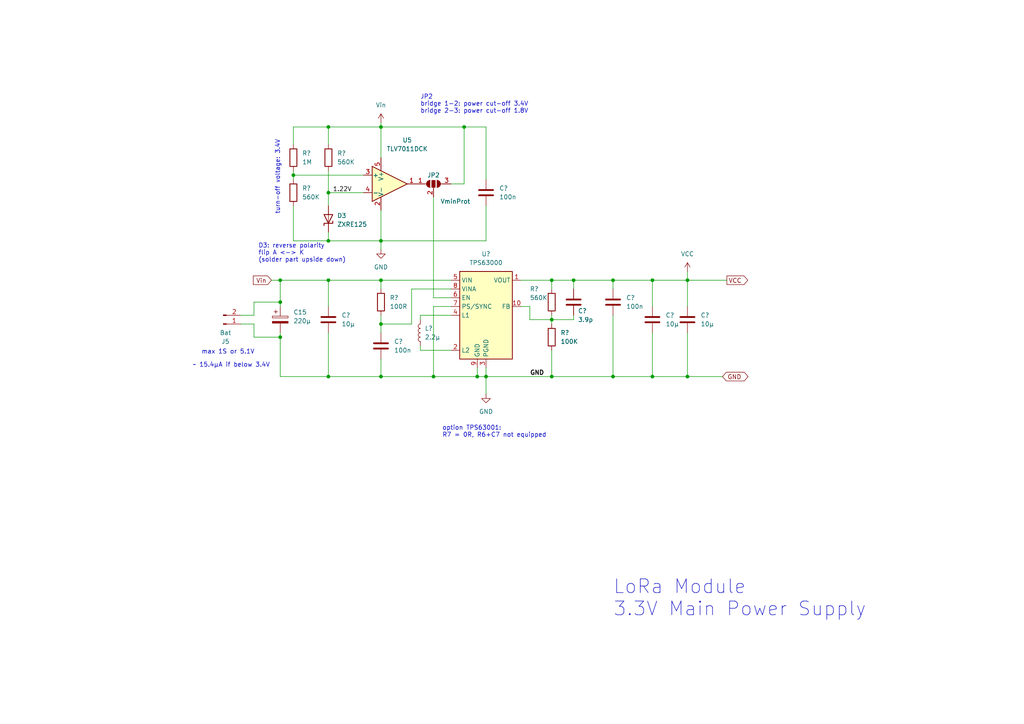
<source format=kicad_sch>
(kicad_sch (version 20230121) (generator eeschema)
  (paper "A4")
  (lib_symbols
    (symbol "Connector:Conn_01x02_Pin" (pin_names (offset 1.016) hide)
      (property "Reference" "J" (at 0 2.54 0))
      (property "Value" "Conn_01x02_Pin" (at 0 -5.08 0))
      (symbol "Conn_01x02_Pin_1_1"
        (polyline (pts (xy 1.27 -2.54) (xy 0.8636 -2.54)) (stroke (width 0.1524)))
        (polyline (pts (xy 1.27 0) (xy 0.8636 0)) (stroke (width 0.1524)))
        (rectangle (start 0.8636 -2.413) (end 0 -2.667) (stroke (width 0.1524)) (fill (type outline)))
        (rectangle (start 0.8636 0.127) (end 0 -0.127) (stroke (width 0.1524)) (fill (type outline)))
        (pin passive line (at 5.08 0 180) (length 3.81) (name "Pin_1") (number "1"))
        (pin passive line (at 5.08 -2.54 180) (length 3.81) (name "Pin_2") (number "2"))
      )
    )
    (symbol "DO1FJN:TLV7021" (pin_names (offset 0.127))
      (property "Reference" "U" (at -1.27 6.35 0))
      (property "Value" "TLV7021DCK" (at -1.27 3.81 0))
      (symbol "TLV7021_0_1"
        (polyline (pts (xy -5.08 5.08) (xy 5.08 0) (xy -5.08 -5.08) (xy -5.08 5.08)) (stroke (width 0.254)) (fill (type background)))
        (pin power_in line (at -2.54 -7.62 90) (length 3.81) (name "V-") (number "2"))
        (pin power_in line (at -2.54 7.62 270) (length 3.81) (name "V+") (number "5"))
      )
      (symbol "TLV7021_1_1"
        (pin output line (at 7.62 0 180) (length 2.54) (name "~") (number "1"))
        (pin input line (at -7.62 2.54 0) (length 2.54) (name "+") (number "3"))
        (pin input line (at -7.62 -2.54 0) (length 2.54) (name "-") (number "4"))
      )
    )
    (symbol "DO1FJN:Vin" (power) (pin_names (offset 0))
      (property "Value" "Vin" (at 0 3.81 0))
      (symbol "Vin_0_1"
        (polyline (pts (xy -0.762 1.27) (xy 0 2.54)))
        (polyline (pts (xy 0 0) (xy 0 2.54)))
        (polyline (pts (xy 0 2.54) (xy 0.762 1.27)))
      )
      (symbol "Vin_1_1"
        (pin power_in line (at 0 0 90) (length 0) hide (name "Vin") (number "1"))
      )
    )
    (symbol "DO1FJN:ZXRE125" (pin_numbers hide) (pin_names (offset 1.016) hide)
      (property "Reference" "D" (at 0 2.54 0))
      (property "Value" "ZXRE125" (at 0 -2.54 0))
      (symbol "ZXRE125_0_1"
        (polyline (pts (xy 1.27 0) (xy -1.27 0)))
        (polyline (pts (xy 1.27 1.27) (xy 1.27 -1.27) (xy -1.27 0) (xy 1.27 1.27)) (stroke (width 0.254)))
        (polyline (pts (xy -1.27 1.27) (xy -1.905 1.27) (xy -1.27 1.27) (xy -1.27 -1.27) (xy -0.635 -1.27) (xy -1.27 -1.27)) (stroke (width 0.254)))
      )
      (symbol "ZXRE125_1_1"
        (pin passive line (at -3.81 0 0) (length 2.54) (name "K") (number "1"))
        (pin passive line (at 3.81 0 180) (length 2.54) (name "A") (number "2"))
      )
    )
    (symbol "Device:C" (pin_numbers hide) (pin_names (offset 0.254))
      (property "Reference" "C" (at 0.635 2.54 0))
      (property "Value" "C" (at 0.635 -2.54 0))
      (symbol "C_0_1"
        (polyline (pts (xy -2.032 -0.762) (xy 2.032 -0.762)) (stroke (width 0.508)))
        (polyline (pts (xy -2.032 0.762) (xy 2.032 0.762)) (stroke (width 0.508)))
      )
      (symbol "C_1_1"
        (pin passive line (at 0 3.81 270) (length 2.794) (name "~") (number "1"))
        (pin passive line (at 0 -3.81 90) (length 2.794) (name "~") (number "2"))
      )
    )
    (symbol "Device:C_Polarized" (pin_numbers hide) (pin_names (offset 0.254))
      (property "Reference" "C" (at 0.635 2.54 0))
      (property "Value" "C_Polarized" (at 0.635 -2.54 0))
      (symbol "C_Polarized_0_1"
        (rectangle (start -2.286 0.508) (end 2.286 1.016))
        (polyline (pts (xy -1.778 2.286) (xy -0.762 2.286)))
        (polyline (pts (xy -1.27 2.794) (xy -1.27 1.778)))
        (rectangle (start 2.286 -0.508) (end -2.286 -1.016) (fill (type outline)))
      )
      (symbol "C_Polarized_1_1"
        (pin passive line (at 0 3.81 270) (length 2.794) (name "~") (number "1"))
        (pin passive line (at 0 -3.81 90) (length 2.794) (name "~") (number "2"))
      )
    )
    (symbol "Device:L" (pin_numbers hide) (pin_names (offset 1.016) hide)
      (property "Reference" "L" (at -1.27 0 90))
      (property "Value" "L" (at 1.905 0 90))
      (symbol "L_0_1"
        (arc (start 0 -2.54) (mid 0.6323 -1.905) (end 0 -1.27))
        (arc (start 0 -1.27) (mid 0.6323 -0.635) (end 0 0))
        (arc (start 0 0) (mid 0.6323 0.635) (end 0 1.27))
        (arc (start 0 1.27) (mid 0.6323 1.905) (end 0 2.54))
      )
      (symbol "L_1_1"
        (pin passive line (at 0 3.81 270) (length 1.27) (name "1") (number "1"))
        (pin passive line (at 0 -3.81 90) (length 1.27) (name "2") (number "2"))
      )
    )
    (symbol "Device:R" (pin_numbers hide) (pin_names (offset 0))
      (property "Reference" "R" (at 2.032 0 90))
      (property "Value" "R" (at 0 0 90))
      (symbol "R_0_1"
        (rectangle (start -1.016 -2.54) (end 1.016 2.54) (stroke (width 0.254)))
      )
      (symbol "R_1_1"
        (pin passive line (at 0 3.81 270) (length 1.27) (name "~") (number "1"))
        (pin passive line (at 0 -3.81 90) (length 1.27) (name "~") (number "2"))
      )
    )
    (symbol "Jumper:SolderJumper_3_Open" (pin_names (offset 0) hide)
      (property "Reference" "JP" (at -2.54 -2.54 0))
      (property "Value" "SolderJumper_3_Open" (at 0 2.794 0))
      (symbol "SolderJumper_3_Open_0_1"
        (arc (start -1.016 1.016) (mid -2.0276 0) (end -1.016 -1.016))
        (arc (start -1.016 1.016) (mid -2.0276 0) (end -1.016 -1.016) (fill (type outline)))
        (rectangle (start -0.508 1.016) (end 0.508 -1.016) (fill (type outline)))
        (polyline (pts (xy -2.54 0) (xy -2.032 0)))
        (polyline (pts (xy -1.016 1.016) (xy -1.016 -1.016)))
        (polyline (pts (xy 0 -1.27) (xy 0 -1.016)))
        (polyline (pts (xy 1.016 1.016) (xy 1.016 -1.016)))
        (polyline (pts (xy 2.54 0) (xy 2.032 0)))
        (arc (start 1.016 -1.016) (mid 2.0276 0) (end 1.016 1.016))
        (arc (start 1.016 -1.016) (mid 2.0276 0) (end 1.016 1.016) (fill (type outline)))
      )
      (symbol "SolderJumper_3_Open_1_1"
        (pin passive line (at -5.08 0 0) (length 2.54) (name "A") (number "1"))
        (pin passive line (at 0 -3.81 90) (length 2.54) (name "C") (number "2"))
        (pin passive line (at 5.08 0 180) (length 2.54) (name "B") (number "3"))
      )
    )
    (symbol "Regulator_Switching:TPS63000"
      (property "Reference" "U" (at -7.62 13.97 0))
      (property "Value" "TPS63000" (at 5.08 13.97 0))
      (symbol "TPS63000_0_1"
        (rectangle (start -7.62 12.7) (end 7.62 -12.7) (stroke (width 0.254)) (fill (type background)))
      )
      (symbol "TPS63000_1_1"
        (pin power_out line (at 10.16 10.16 180) (length 2.54) (name "VOUT") (number "1"))
        (pin input line (at 10.16 2.54 180) (length 2.54) (name "FB") (number "10"))
        (pin passive line (at 0 -15.24 90) (length 2.54) hide (name "PGND") (number "11"))
        (pin input line (at -10.16 -10.16 0) (length 2.54) (name "L2") (number "2"))
        (pin power_in line (at 0 -15.24 90) (length 2.54) (name "PGND") (number "3"))
        (pin input line (at -10.16 0 0) (length 2.54) (name "L1") (number "4"))
        (pin power_in line (at -10.16 10.16 0) (length 2.54) (name "VIN") (number "5"))
        (pin input line (at -10.16 5.08 0) (length 2.54) (name "EN") (number "6"))
        (pin input line (at -10.16 2.54 0) (length 2.54) (name "PS/SYNC") (number "7"))
        (pin power_in line (at -10.16 7.62 0) (length 2.54) (name "VINA") (number "8"))
        (pin power_in line (at -2.54 -15.24 90) (length 2.54) (name "GND") (number "9"))
      )
    )
    (symbol "power:GND" (power) (pin_names (offset 0))
      (property "Value" "GND" (at 0 -3.81 0))
      (symbol "GND_0_1"
        (polyline (pts (xy 0 0) (xy 0 -1.27) (xy 1.27 -1.27) (xy 0 -2.54) (xy -1.27 -1.27) (xy 0 -1.27)))
      )
      (symbol "GND_1_1"
        (pin power_in line (at 0 0 270) (length 0) hide (name "GND") (number "1"))
      )
    )
    (symbol "power:VCC" (power) (pin_names (offset 0))
      (property "Value" "VCC" (at 0 3.81 0))
      (symbol "VCC_0_1"
        (polyline (pts (xy -0.762 1.27) (xy 0 2.54)))
        (polyline (pts (xy 0 0) (xy 0 2.54)))
        (polyline (pts (xy 0 2.54) (xy 0.762 1.27)))
      )
      (symbol "VCC_1_1"
        (pin power_in line (at 0 0 90) (length 0) hide (name "VCC") (number "1"))
      )
    )
  )
  (junction (at 199.39 109.22))
  (junction (at 199.39 81.28))
  (junction (at 81.28 97.79))
  (junction (at 95.25 81.28))
  (junction (at 177.8 81.28))
  (junction (at 110.49 109.22))
  (junction (at 134.62 36.83))
  (junction (at 138.43 109.22))
  (junction (at 110.49 93.98))
  (junction (at 110.49 36.83))
  (junction (at 125.73 109.22))
  (junction (at 177.8 109.22))
  (junction (at 166.37 81.28))
  (junction (at 140.97 109.22))
  (junction (at 160.02 92.71))
  (junction (at 95.25 109.22))
  (junction (at 189.23 109.22))
  (junction (at 81.28 81.28))
  (junction (at 95.25 69.85))
  (junction (at 81.28 87.63))
  (junction (at 160.02 81.28))
  (junction (at 160.02 109.22))
  (junction (at 189.23 81.28))
  (junction (at 110.49 81.28))
  (junction (at 85.09 50.8))
  (junction (at 95.25 55.88))
  (junction (at 95.25 36.83))
  (junction (at 110.49 69.85))
  (wire (pts (xy 105.41 50.8) (xy 85.09 50.8)))
  (wire (pts (xy 119.38 83.82) (xy 119.38 93.98)))
  (wire (pts (xy 134.62 53.34) (xy 134.62 36.83)))
  (wire (pts (xy 95.25 41.91) (xy 95.25 36.83)))
  (wire (pts (xy 130.81 88.9) (xy 125.73 88.9)))
  (wire (pts (xy 95.25 109.22) (xy 110.49 109.22)))
  (wire (pts (xy 119.38 93.98) (xy 110.49 93.98)))
  (wire (pts (xy 140.97 109.22) (xy 160.02 109.22)))
  (wire (pts (xy 110.49 91.44) (xy 110.49 93.98)))
  (wire (pts (xy 153.67 92.71) (xy 160.02 92.71)))
  (wire (pts (xy 153.67 88.9) (xy 153.67 92.71)))
  (wire (pts (xy 140.97 106.68) (xy 140.97 109.22)))
  (wire (pts (xy 160.02 91.44) (xy 160.02 92.71)))
  (wire (pts (xy 199.39 88.9) (xy 199.39 81.28)))
  (wire (pts (xy 130.81 53.34) (xy 134.62 53.34)))
  (wire (pts (xy 95.25 81.28) (xy 95.25 88.9)))
  (wire (pts (xy 130.81 101.6) (xy 121.92 101.6)))
  (wire (pts (xy 110.49 104.14) (xy 110.49 109.22)))
  (wire (pts (xy 189.23 109.22) (xy 177.8 109.22)))
  (wire (pts (xy 140.97 109.22) (xy 140.97 114.3)))
  (wire (pts (xy 95.25 67.31) (xy 95.25 69.85)))
  (wire (pts (xy 140.97 52.07) (xy 140.97 36.83)))
  (wire (pts (xy 81.28 87.63) (xy 81.28 88.9)))
  (wire (pts (xy 110.49 93.98) (xy 110.49 96.52)))
  (wire (pts (xy 69.85 93.98) (xy 73.66 93.98)))
  (wire (pts (xy 160.02 109.22) (xy 177.8 109.22)))
  (wire (pts (xy 160.02 109.22) (xy 160.02 101.6)))
  (wire (pts (xy 138.43 109.22) (xy 140.97 109.22)))
  (wire (pts (xy 160.02 92.71) (xy 160.02 93.98)))
  (wire (pts (xy 189.23 96.52) (xy 189.23 109.22)))
  (wire (pts (xy 125.73 88.9) (xy 125.73 109.22)))
  (wire (pts (xy 121.92 101.6) (xy 121.92 100.33)))
  (wire (pts (xy 78.74 81.28) (xy 81.28 81.28)))
  (wire (pts (xy 125.73 109.22) (xy 138.43 109.22)))
  (wire (pts (xy 110.49 36.83) (xy 110.49 45.72)))
  (wire (pts (xy 73.66 97.79) (xy 81.28 97.79)))
  (wire (pts (xy 95.25 55.88) (xy 105.41 55.88)))
  (wire (pts (xy 166.37 91.44) (xy 166.37 92.71)))
  (wire (pts (xy 140.97 36.83) (xy 134.62 36.83)))
  (wire (pts (xy 140.97 69.85) (xy 110.49 69.85)))
  (wire (pts (xy 95.25 36.83) (xy 110.49 36.83)))
  (wire (pts (xy 110.49 81.28) (xy 130.81 81.28)))
  (wire (pts (xy 160.02 81.28) (xy 151.13 81.28)))
  (wire (pts (xy 189.23 81.28) (xy 177.8 81.28)))
  (wire (pts (xy 177.8 81.28) (xy 177.8 83.82)))
  (wire (pts (xy 73.66 91.44) (xy 73.66 87.63)))
  (wire (pts (xy 85.09 36.83) (xy 95.25 36.83)))
  (wire (pts (xy 95.25 69.85) (xy 110.49 69.85)))
  (wire (pts (xy 69.85 91.44) (xy 73.66 91.44)))
  (wire (pts (xy 73.66 93.98) (xy 73.66 97.79)))
  (wire (pts (xy 81.28 96.52) (xy 81.28 97.79)))
  (wire (pts (xy 119.38 83.82) (xy 130.81 83.82)))
  (wire (pts (xy 130.81 91.44) (xy 121.92 91.44)))
  (wire (pts (xy 95.25 55.88) (xy 95.25 59.69)))
  (wire (pts (xy 95.25 96.52) (xy 95.25 109.22)))
  (wire (pts (xy 125.73 86.36) (xy 130.81 86.36)))
  (wire (pts (xy 189.23 81.28) (xy 199.39 81.28)))
  (wire (pts (xy 95.25 49.53) (xy 95.25 55.88)))
  (wire (pts (xy 85.09 41.91) (xy 85.09 36.83)))
  (wire (pts (xy 189.23 81.28) (xy 189.23 88.9)))
  (wire (pts (xy 85.09 69.85) (xy 95.25 69.85)))
  (wire (pts (xy 121.92 91.44) (xy 121.92 92.71)))
  (wire (pts (xy 110.49 81.28) (xy 110.49 83.82)))
  (wire (pts (xy 166.37 81.28) (xy 166.37 83.82)))
  (wire (pts (xy 199.39 81.28) (xy 210.82 81.28)))
  (wire (pts (xy 160.02 81.28) (xy 160.02 83.82)))
  (wire (pts (xy 134.62 36.83) (xy 110.49 36.83)))
  (wire (pts (xy 110.49 72.39) (xy 110.49 69.85)))
  (wire (pts (xy 73.66 87.63) (xy 81.28 87.63)))
  (wire (pts (xy 151.13 88.9) (xy 153.67 88.9)))
  (wire (pts (xy 95.25 81.28) (xy 110.49 81.28)))
  (wire (pts (xy 199.39 96.52) (xy 199.39 109.22)))
  (wire (pts (xy 177.8 91.44) (xy 177.8 109.22)))
  (wire (pts (xy 125.73 57.15) (xy 125.73 86.36)))
  (wire (pts (xy 85.09 50.8) (xy 85.09 52.07)))
  (wire (pts (xy 110.49 69.85) (xy 110.49 60.96)))
  (wire (pts (xy 110.49 109.22) (xy 125.73 109.22)))
  (wire (pts (xy 85.09 50.8) (xy 85.09 49.53)))
  (wire (pts (xy 110.49 35.56) (xy 110.49 36.83)))
  (wire (pts (xy 199.39 109.22) (xy 189.23 109.22)))
  (wire (pts (xy 166.37 81.28) (xy 177.8 81.28)))
  (wire (pts (xy 81.28 109.22) (xy 95.25 109.22)))
  (wire (pts (xy 199.39 78.74) (xy 199.39 81.28)))
  (wire (pts (xy 81.28 81.28) (xy 95.25 81.28)))
  (wire (pts (xy 160.02 81.28) (xy 166.37 81.28)))
  (wire (pts (xy 85.09 59.69) (xy 85.09 69.85)))
  (wire (pts (xy 160.02 92.71) (xy 166.37 92.71)))
  (wire (pts (xy 138.43 106.68) (xy 138.43 109.22)))
  (wire (pts (xy 199.39 109.22) (xy 209.55 109.22)))
  (wire (pts (xy 81.28 97.79) (xy 81.28 109.22)))
  (wire (pts (xy 140.97 59.69) (xy 140.97 69.85)))
  (wire (pts (xy 81.28 81.28) (xy 81.28 87.63)))
  (text "turn-off voltage: 3.4V" (at 81.28 62.23 90) (effects (font (size 1.27 1.27)) (justify left bottom)))
  (text "D3: reverse polarity\nflip A <-> K\n(solder part upside down)\n" (at 74.93 76.2 0) (effects (font (size 1.27 1.27)) (justify left bottom)))
  (text "JP2\nbridge 1-2: power cut-off 3.4V\nbridge 2-3: power cut-off 1.8V\n" (at 121.92 33.02 0) (effects (font (size 1.27 1.27)) (justify left bottom)))
  (text "LoRa Module\n3.3V Main Power Supply" (at 177.8 179.07 0) (effects (font (size 4 4)) (justify left bottom)))
  (text "option TPS63001:\nR7 = 0R, R6+C7 not equipped" (at 128.27 127 0) (effects (font (size 1.27 1.27)) (justify left bottom)))
  (text "~ 15.4µA if below 3.4V" (at 55.88 106.68 0) (effects (font (size 1.27 1.27)) (justify left bottom)))
  (text "max 1S or 5.1V" (at 58.42 102.87 0) (effects (font (size 1.27 1.27)) (justify left bottom)))
  (label "GND" (at 153.67 109.22 0) (effects (font bold)))
  (label "1.22V" (at 96.52 55.88 0))
  (global_label "VCC" (shape output) (at 210.82 81.28 0) (property "Intersheetrefs" "${INTERSHEET_REFS}" (effects hide)))
  (global_label "Vin" (shape input) (at 78.74 81.28 180) (property "Intersheetrefs" "${INTERSHEET_REFS}" (effects hide)))
  (global_label "GND" (shape bidirectional) (at 209.55 109.22 0) (property "Intersheetrefs" "${INTERSHEET_REFS}" (effects hide)))
  (symbol (lib_id "DO1FJN:Vin") (at 110.49 35.56 0) (unit 1)
    (property "Reference" "#PWR?" (effects hide))
    (property "Value" "Vin" (at 110.49 30.48 0))
    (instances (project "C2LoraGateway" (path "" (reference "#PWR?") (unit 1)) (path "" (reference "#PWR09") (unit 1))))
  )
  (symbol (lib_id "Device:C") (at 199.39 92.71 0) (unit 1)
    (property "Reference" "C?" (at 203.2 91.44 0) (effects (justify left)))
    (property "Value" "10µ" (at 203.2 93.98 0) (effects (justify left)))
    (property "Footprint" "Capacitor_SMD:C_1206_3216Metric" (effects hide))
    (instances (project "C2LoraGateway" (path "" (reference "C?") (unit 1)) (path "" (reference "C14") (unit 1))))
  )
  (symbol (lib_id "Connector:Conn_01x02_Pin") (at 64.77 93.98 0) (mirror x) (unit 1)
    (property "Reference" "J5" (at 65.405 99.06 0))
    (property "Value" "Bat" (at 65.405 96.52 0))
    (property "Footprint" "Connector_JST:JST_PH_B2B-PH-K_1x02_P2.00mm_Vertical" (effects hide))
  )
  (symbol (lib_id "DO1FJN:ZXRE125") (at 95.25 63.5 90) (unit 1)
    (property "Reference" "D3" (at 97.79 62.5475 90) (effects (justify right)))
    (property "Value" "ZXRE125" (at 97.79 65.0875 90) (effects (justify right)))
    (property "Footprint" "Package_TO_SOT_SMD:SOT-23" (effects hide))
    (property "Datasheet" "https://www.diodes.com/assets/Datasheets/ZXRE125.pdf" (effects hide))
  )
  (symbol (lib_id "Device:R") (at 95.25 45.72 180) (unit 1)
    (property "Reference" "R?" (at 97.79 44.45 0) (effects (justify right)))
    (property "Value" "560K" (at 97.79 46.99 0) (effects (justify right)))
    (property "Footprint" "Resistor_SMD:R_0603_1608Metric" (effects hide))
    (instances (project "C2LoraGateway" (path "" (reference "R?") (unit 1)) (path "" (reference "R12") (unit 1))))
  )
  (symbol (lib_id "Device:C_Polarized") (at 81.28 92.71 0) (unit 1)
    (property "Reference" "C15" (at 85.09 90.551 0) (effects (justify left)))
    (property "Value" "220µ" (at 85.09 93.091 0) (effects (justify left)))
    (property "Footprint" "Capacitor_SMD:C_Elec_8x6.2" (effects hide))
  )
  (symbol (lib_id "Jumper:SolderJumper_3_Open") (at 125.73 53.34 0) (unit 1)
    (property "Reference" "JP2" (at 125.73 50.8 0))
    (property "Value" "VminProt" (at 132.08 58.42 0))
    (property "Footprint" "Jumper:SolderJumper-3_P1.3mm_Open_RoundedPad1.0x1.5mm" (effects hide))
  )
  (symbol (lib_id "Device:R") (at 85.09 55.88 180) (unit 1)
    (property "Reference" "R?" (at 87.63 54.61 0) (effects (justify right)))
    (property "Value" "560K" (at 87.63 57.15 0) (effects (justify right)))
    (property "Footprint" "Resistor_SMD:R_0603_1608Metric" (effects hide))
    (instances (project "C2LoraGateway" (path "" (reference "R?") (unit 1)) (path "" (reference "R11") (unit 1))))
  )
  (symbol (lib_id "Device:C") (at 140.97 55.88 0) (unit 1)
    (property "Reference" "C?" (at 144.78 54.61 0) (effects (justify left)))
    (property "Value" "100n" (at 144.78 57.15 0) (effects (justify left)))
    (property "Footprint" "Capacitor_SMD:C_0603_1608Metric" (effects hide))
    (instances (project "C2LoraGateway" (path "" (reference "C?") (unit 1)) (path "" (reference "C19") (unit 1))))
  )
  (symbol (lib_id "Device:L") (at 121.92 96.52 180) (unit 1)
    (property "Reference" "L?" (at 123.19 95.25 0) (effects (justify right)))
    (property "Value" "2.2µ" (at 123.19 97.79 0) (effects (justify right)))
    (property "Footprint" "Inductor_SMD:L_Changjiang_FNR6045S" (effects hide))
    (instances (project "C2LoraGateway" (path "" (reference "L?") (unit 1)) (path "" (reference "L3") (unit 1))))
  )
  (symbol (lib_id "Device:C") (at 95.25 92.71 0) (unit 1)
    (property "Reference" "C?" (at 99.06 91.44 0) (effects (justify left)))
    (property "Value" "10µ" (at 99.06 93.98 0) (effects (justify left)))
    (property "Footprint" "Capacitor_SMD:C_1206_3216Metric" (effects hide))
    (instances (project "C2LoraGateway" (path "" (reference "C?") (unit 1)) (path "" (reference "C6") (unit 1))))
  )
  (symbol (lib_id "power:VCC") (at 199.39 78.74 0) (unit 1)
    (property "Reference" "#PWR?" (effects hide))
    (property "Value" "VCC" (at 199.39 73.66 0))
    (instances (project "C2LoraGateway" (path "" (reference "#PWR?") (unit 1)) (path "" (reference "#PWR05") (unit 1))))
  )
  (symbol (lib_id "Device:C") (at 177.8 87.63 0) (unit 1)
    (property "Reference" "C?" (at 181.61 86.36 0) (effects (justify left)))
    (property "Value" "100n" (at 181.61 88.9 0) (effects (justify left)))
    (property "Footprint" "Capacitor_SMD:C_0603_1608Metric" (effects hide))
    (instances (project "C2LoraGateway" (path "" (reference "C?") (unit 1)) (path "" (reference "C8") (unit 1))))
  )
  (symbol (lib_id "Regulator_Switching:TPS63000") (at 140.97 91.44 0) (unit 1)
    (property "Reference" "U?" (at 140.97 73.66 0))
    (property "Value" "TPS63000" (at 140.97 76.2 0))
    (property "Footprint" "Package_SON:Texas_DRC0010J" (effects hide))
    (property "Datasheet" "http://www.ti.com/lit/ds/symlink/tps63000.pdf" (effects hide))
    (instances (project "C2LoraGateway" (path "" (reference "U?") (unit 1)) (path "" (reference "U2") (unit 1))))
  )
  (symbol (lib_id "DO1FJN:TLV7021") (at 113.03 53.34 0) (unit 1)
    (property "Reference" "U5" (at 118.11 40.64 0))
    (property "Value" "TLV7011DCK" (at 118.11 43.18 0))
    (property "Footprint" "Package_TO_SOT_SMD:SOT-353_SC-70-5" (effects hide))
    (property "Sim.Enable" "0" (effects hide))
  )
  (symbol (lib_id "Device:C") (at 110.49 100.33 0) (unit 1)
    (property "Reference" "C?" (at 114.3 99.06 0) (effects (justify left)))
    (property "Value" "100n" (at 114.3 101.6 0) (effects (justify left)))
    (property "Footprint" "Capacitor_SMD:C_0603_1608Metric" (effects hide))
    (instances (project "C2LoraGateway" (path "" (reference "C?") (unit 1)) (path "" (reference "C11") (unit 1))))
  )
  (symbol (lib_id "Device:C") (at 189.23 92.71 0) (unit 1)
    (property "Reference" "C?" (at 193.04 91.44 0) (effects (justify left)))
    (property "Value" "10µ" (at 193.04 93.98 0) (effects (justify left)))
    (property "Footprint" "Capacitor_SMD:C_1206_3216Metric" (effects hide))
    (instances (project "C2LoraGateway" (path "" (reference "C?") (unit 1)) (path "" (reference "C12") (unit 1))))
  )
  (symbol (lib_id "Device:R") (at 110.49 87.63 180) (unit 1)
    (property "Reference" "R?" (at 113.03 86.36 0) (effects (justify right)))
    (property "Value" "100R" (at 113.03 88.9 0) (effects (justify right)))
    (property "Footprint" "Resistor_SMD:R_0603_1608Metric" (effects hide))
    (instances (project "C2LoraGateway" (path "" (reference "R?") (unit 1)) (path "" (reference "R5") (unit 1))))
  )
  (symbol (lib_id "Device:R") (at 160.02 87.63 180) (unit 1)
    (property "Reference" "R?" (at 153.67 83.82 0) (effects (justify right)))
    (property "Value" "560K" (at 153.67 86.36 0) (effects (justify right)))
    (property "Footprint" "Resistor_SMD:R_0603_1608Metric" (effects hide))
    (instances (project "C2LoraGateway" (path "" (reference "R?") (unit 1)) (path "" (reference "R7") (unit 1))))
  )
  (symbol (lib_id "Device:R") (at 85.09 45.72 180) (unit 1)
    (property "Reference" "R?" (at 87.63 44.45 0) (effects (justify right)))
    (property "Value" "1M" (at 87.63 46.99 0) (effects (justify right)))
    (property "Footprint" "Resistor_SMD:R_0603_1608Metric" (effects hide))
    (instances (project "C2LoraGateway" (path "" (reference "R?") (unit 1)) (path "" (reference "R14") (unit 1))))
  )
  (symbol (lib_id "power:GND") (at 140.97 114.3 0) (unit 1)
    (property "Reference" "#PWR?" (effects hide))
    (property "Value" "GND" (at 140.97 119.38 0))
    (instances (project "C2LoraGateway" (path "" (reference "#PWR?") (unit 1)) (path "" (reference "#PWR04") (unit 1))))
  )
  (symbol (lib_id "power:GND") (at 110.49 72.39 0) (unit 1)
    (property "Reference" "#PWR?" (effects hide))
    (property "Value" "GND" (at 110.49 77.47 0))
    (instances (project "C2LoraGateway" (path "" (reference "#PWR?") (unit 1)) (path "" (reference "#PWR08") (unit 1))))
  )
  (symbol (lib_id "Device:C") (at 166.37 87.63 0) (unit 1)
    (property "Reference" "C?" (at 167.64 90.17 0) (effects (justify left)))
    (property "Value" "3.9p" (at 167.64 92.71 0) (effects (justify left)))
    (property "Footprint" "Capacitor_SMD:C_0805_2012Metric" (effects hide))
    (instances (project "C2LoraGateway" (path "" (reference "C?") (unit 1)) (path "" (reference "C7") (unit 1))))
  )
  (symbol (lib_id "Device:R") (at 160.02 97.79 180) (unit 1)
    (property "Reference" "R?" (at 162.56 96.52 0) (effects (justify right)))
    (property "Value" "100K" (at 162.56 99.06 0) (effects (justify right)))
    (property "Footprint" "Resistor_SMD:R_0603_1608Metric" (effects hide))
    (instances (project "C2LoraGateway" (path "" (reference "R?") (unit 1)) (path "" (reference "R6") (unit 1))))
  )
)
</source>
